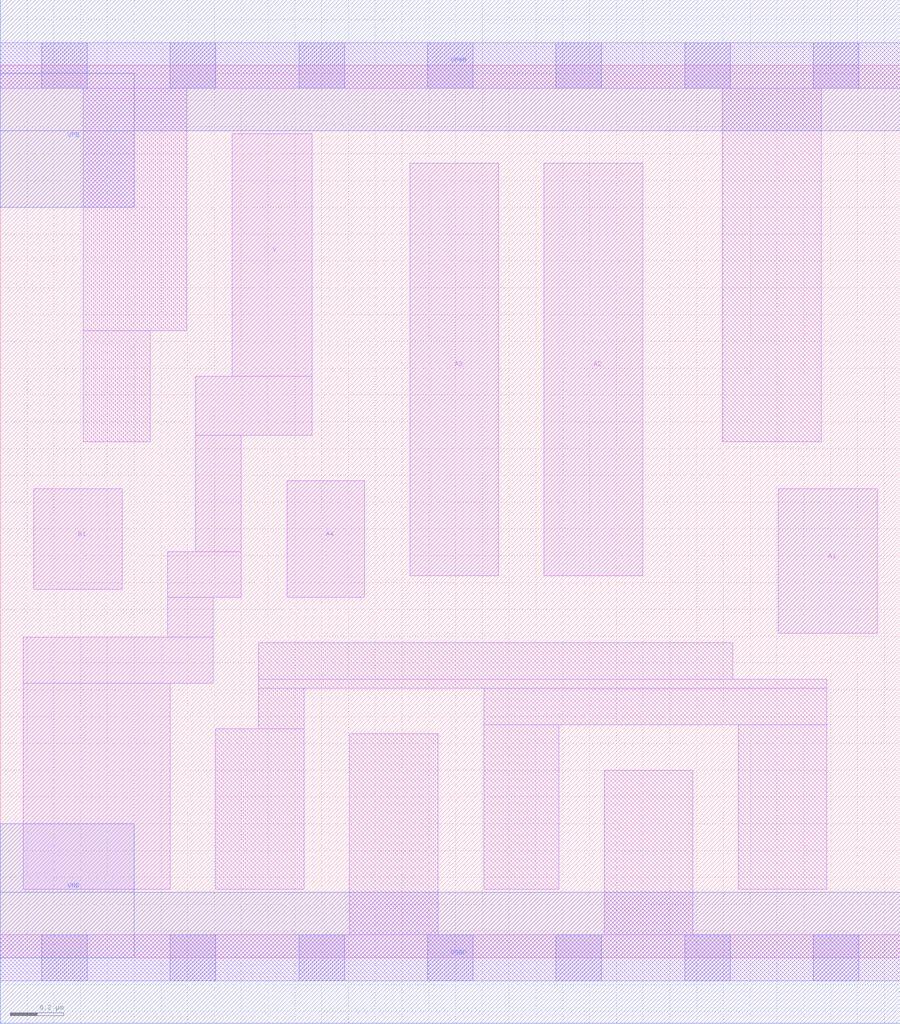
<source format=lef>
# Copyright 2020 The SkyWater PDK Authors
#
# Licensed under the Apache License, Version 2.0 (the "License");
# you may not use this file except in compliance with the License.
# You may obtain a copy of the License at
#
#     https://www.apache.org/licenses/LICENSE-2.0
#
# Unless required by applicable law or agreed to in writing, software
# distributed under the License is distributed on an "AS IS" BASIS,
# WITHOUT WARRANTIES OR CONDITIONS OF ANY KIND, either express or implied.
# See the License for the specific language governing permissions and
# limitations under the License.
#
# SPDX-License-Identifier: Apache-2.0

VERSION 5.5 ;
NAMESCASESENSITIVE ON ;
BUSBITCHARS "[]" ;
DIVIDERCHAR "/" ;
MACRO sky130_fd_sc_lp__o41ai_1
  CLASS CORE ;
  SOURCE USER ;
  ORIGIN  0.000000  0.000000 ;
  SIZE  3.360000 BY  3.330000 ;
  SYMMETRY X Y R90 ;
  SITE unit ;
  PIN A1
    ANTENNAGATEAREA  0.315000 ;
    DIRECTION INPUT ;
    USE SIGNAL ;
    PORT
      LAYER li1 ;
        RECT 2.905000 1.210000 3.275000 1.750000 ;
    END
  END A1
  PIN A2
    ANTENNAGATEAREA  0.315000 ;
    DIRECTION INPUT ;
    USE SIGNAL ;
    PORT
      LAYER li1 ;
        RECT 2.030000 1.425000 2.400000 2.965000 ;
    END
  END A2
  PIN A3
    ANTENNAGATEAREA  0.315000 ;
    DIRECTION INPUT ;
    USE SIGNAL ;
    PORT
      LAYER li1 ;
        RECT 1.530000 1.425000 1.860000 2.965000 ;
    END
  END A3
  PIN A4
    ANTENNAGATEAREA  0.315000 ;
    DIRECTION INPUT ;
    USE SIGNAL ;
    PORT
      LAYER li1 ;
        RECT 1.070000 1.345000 1.360000 1.780000 ;
    END
  END A4
  PIN B1
    ANTENNAGATEAREA  0.315000 ;
    DIRECTION INPUT ;
    USE SIGNAL ;
    PORT
      LAYER li1 ;
        RECT 0.125000 1.375000 0.455000 1.750000 ;
    END
  END B1
  PIN Y
    ANTENNADIFFAREA  0.714000 ;
    DIRECTION OUTPUT ;
    USE SIGNAL ;
    PORT
      LAYER li1 ;
        RECT 0.085000 0.255000 0.635000 1.025000 ;
        RECT 0.085000 1.025000 0.795000 1.195000 ;
        RECT 0.625000 1.195000 0.795000 1.345000 ;
        RECT 0.625000 1.345000 0.900000 1.515000 ;
        RECT 0.730000 1.515000 0.900000 1.950000 ;
        RECT 0.730000 1.950000 1.165000 2.170000 ;
        RECT 0.865000 2.170000 1.165000 3.075000 ;
    END
  END Y
  PIN VGND
    DIRECTION INOUT ;
    USE GROUND ;
    PORT
      LAYER met1 ;
        RECT 0.000000 -0.245000 3.360000 0.245000 ;
    END
  END VGND
  PIN VNB
    DIRECTION INOUT ;
    USE GROUND ;
    PORT
      LAYER met1 ;
        RECT 0.000000 0.000000 0.500000 0.500000 ;
    END
  END VNB
  PIN VPB
    DIRECTION INOUT ;
    USE POWER ;
    PORT
      LAYER met1 ;
        RECT 0.000000 2.800000 0.500000 3.300000 ;
    END
  END VPB
  PIN VPWR
    DIRECTION INOUT ;
    USE POWER ;
    PORT
      LAYER met1 ;
        RECT 0.000000 3.085000 3.360000 3.575000 ;
    END
  END VPWR
  OBS
    LAYER li1 ;
      RECT 0.000000 -0.085000 3.360000 0.085000 ;
      RECT 0.000000  3.245000 3.360000 3.415000 ;
      RECT 0.310000  1.925000 0.560000 2.340000 ;
      RECT 0.310000  2.340000 0.695000 3.245000 ;
      RECT 0.805000  0.255000 1.135000 0.855000 ;
      RECT 0.965000  0.855000 1.135000 1.005000 ;
      RECT 0.965000  1.005000 3.085000 1.040000 ;
      RECT 0.965000  1.040000 2.735000 1.175000 ;
      RECT 1.305000  0.085000 1.635000 0.835000 ;
      RECT 1.805000  0.255000 2.085000 0.870000 ;
      RECT 1.805000  0.870000 3.085000 1.005000 ;
      RECT 2.255000  0.085000 2.585000 0.700000 ;
      RECT 2.695000  1.925000 3.065000 3.245000 ;
      RECT 2.755000  0.255000 3.085000 0.870000 ;
    LAYER mcon ;
      RECT 0.155000 -0.085000 0.325000 0.085000 ;
      RECT 0.155000  3.245000 0.325000 3.415000 ;
      RECT 0.635000 -0.085000 0.805000 0.085000 ;
      RECT 0.635000  3.245000 0.805000 3.415000 ;
      RECT 1.115000 -0.085000 1.285000 0.085000 ;
      RECT 1.115000  3.245000 1.285000 3.415000 ;
      RECT 1.595000 -0.085000 1.765000 0.085000 ;
      RECT 1.595000  3.245000 1.765000 3.415000 ;
      RECT 2.075000 -0.085000 2.245000 0.085000 ;
      RECT 2.075000  3.245000 2.245000 3.415000 ;
      RECT 2.555000 -0.085000 2.725000 0.085000 ;
      RECT 2.555000  3.245000 2.725000 3.415000 ;
      RECT 3.035000 -0.085000 3.205000 0.085000 ;
      RECT 3.035000  3.245000 3.205000 3.415000 ;
  END
END sky130_fd_sc_lp__o41ai_1
END LIBRARY

</source>
